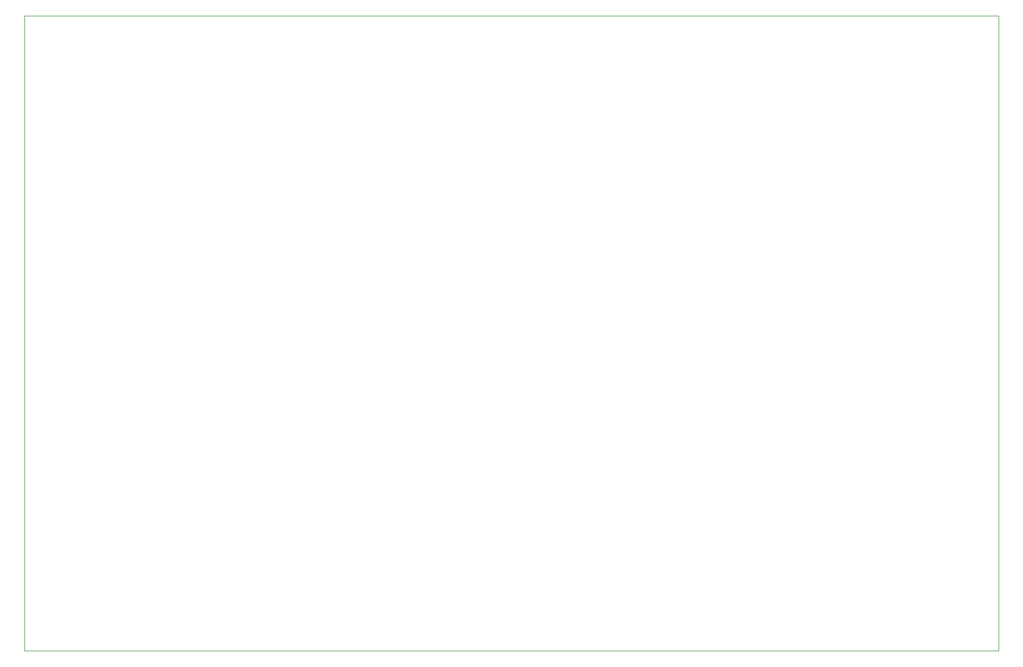
<source format=gbr>
%TF.GenerationSoftware,KiCad,Pcbnew,(5.1.6)-1*%
%TF.CreationDate,2022-10-06T16:18:31-07:00*%
%TF.ProjectId,Buggly Gruesome Aux,42756767-6c79-4204-9772-7565736f6d65,rev?*%
%TF.SameCoordinates,Original*%
%TF.FileFunction,Profile,NP*%
%FSLAX46Y46*%
G04 Gerber Fmt 4.6, Leading zero omitted, Abs format (unit mm)*
G04 Created by KiCad (PCBNEW (5.1.6)-1) date 2022-10-06 16:18:31*
%MOMM*%
%LPD*%
G01*
G04 APERTURE LIST*
%TA.AperFunction,Profile*%
%ADD10C,0.050000*%
%TD*%
G04 APERTURE END LIST*
D10*
X207626000Y-133544000D02*
X55626000Y-133544000D01*
X207626000Y-34544000D02*
X207626000Y-133544000D01*
X55626000Y-34544000D02*
X55626000Y-133544000D01*
X55626000Y-34544000D02*
X207626000Y-34544000D01*
M02*

</source>
